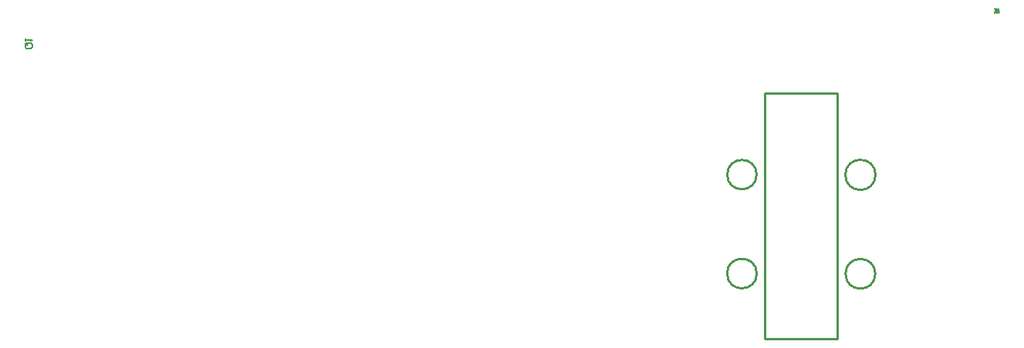
<source format=gbo>
G04*
G04 #@! TF.GenerationSoftware,Altium Limited,Altium Designer,18.0.9 (584)*
G04*
G04 Layer_Color=32896*
%FSLAX25Y25*%
%MOIN*%
G70*
G01*
G75*
%ADD11C,0.01000*%
%ADD14C,0.00591*%
D11*
X414588Y252244D02*
G03*
X414588Y252244I-6517J0D01*
G01*
X414504Y209409D02*
G03*
X414504Y209409I-6434J0D01*
G01*
X363302Y209528D02*
G03*
X363302Y209528I-6412J0D01*
G01*
X363227Y252362D02*
G03*
X363227Y252362I-6337J0D01*
G01*
X398228Y181378D02*
Y287677D01*
X366732D02*
X398228D01*
X366732Y181378D02*
Y287677D01*
Y181378D02*
X398228D01*
D14*
X468110Y324238D02*
X466011Y322139D01*
X468110D02*
X466011Y324238D01*
X468110Y323188D02*
X466011D01*
X467061Y322139D02*
Y324238D01*
X47769Y309186D02*
X49868D01*
X50393Y308661D01*
Y307611D01*
X49868Y307087D01*
X47769D01*
X47244Y307611D01*
Y308661D01*
X48294Y308136D02*
X47244Y309186D01*
Y308661D02*
X47769Y309186D01*
X47244Y310235D02*
Y311285D01*
Y310760D01*
X50393D01*
X49868Y310235D01*
M02*

</source>
